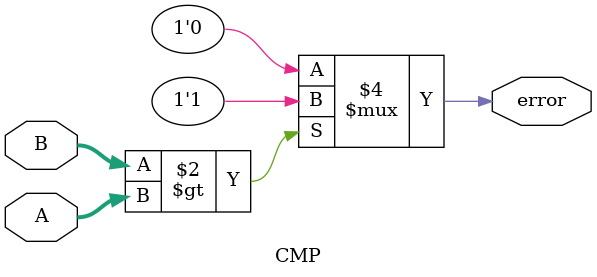
<source format=v>
`timescale 1ns / 1ps
module CMP(input [3:0] A,B, output reg error);
always @(*) begin
if ( B > A)
error = 1;
else
error = 0;
end
endmodule
</source>
